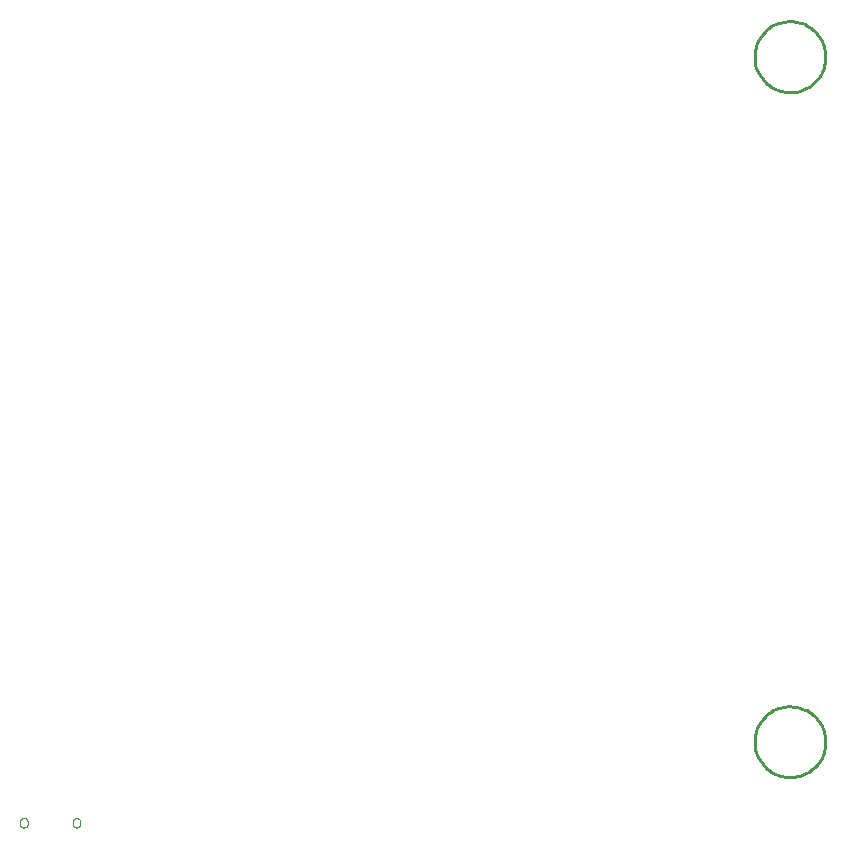
<source format=gbr>
%FSTAX23Y23*%
%MOIN*%
%SFA1B1*%

%IPPOS*%
%ADD138C,0.010000*%
%ADD249C,0.000039*%
%LNx98_carrier_v1r2_12082022_mechanical_1-1*%
%LPD*%
G54D138*
X02946Y0272D02*
D01*
X02945Y02728*
X02943Y02736*
X02941Y02744*
X02938Y02752*
X02935Y02759*
X02931Y02767*
X02926Y02774*
X02922Y0278*
X02916Y02787*
X02911Y02793*
X02905Y02798*
X02898Y02803*
X02891Y02808*
X02884Y02812*
X02877Y02816*
X02869Y02819*
X02861Y02821*
X02853Y02824*
X02845Y02825*
X02837Y02826*
X02829Y02826*
X02821Y02826*
X02812Y02825*
X02804Y02824*
X02796Y02822*
X02788Y02819*
X02781Y02816*
X02773Y02813*
X02766Y02809*
X02759Y02804*
X02753Y02799*
X02747Y02794*
X02741Y02788*
X02735Y02781*
X02731Y02775*
X02726Y02768*
X02722Y02761*
X02719Y02753*
X02716Y02745*
X02714Y02737*
X02712Y02729*
X02711Y02721*
X0271Y02713*
X0271Y02705*
X02711Y02697*
X02712Y02688*
X02713Y0268*
X02716Y02672*
X02718Y02665*
X02722Y02657*
X02725Y0265*
X0273Y02643*
X02735Y02636*
X0274Y0263*
X02746Y02624*
X02752Y02618*
X02758Y02613*
X02765Y02608*
X02772Y02604*
X02779Y02601*
X02787Y02597*
X02795Y02595*
X02803Y02593*
X02811Y02591*
X02819Y0259*
X02827Y0259*
X02836Y0259*
X02844Y02591*
X02852Y02592*
X0286Y02594*
X02868Y02597*
X02875Y026*
X02883Y02604*
X0289Y02608*
X02897Y02612*
X02903Y02617*
X0291Y02623*
X02915Y02629*
X02921Y02635*
X02926Y02642*
X0293Y02648*
X02934Y02656*
X02937Y02663*
X0294Y02671*
X02942Y02679*
X02944Y02687*
X02945Y02695*
X02946Y02703*
X02946Y02712*
X02946Y0272*
X02946Y00436D02*
D01*
X02945Y00445*
X02943Y00453*
X02941Y00461*
X02938Y00468*
X02935Y00476*
X02931Y00483*
X02926Y0049*
X02922Y00497*
X02916Y00503*
X02911Y00509*
X02905Y00515*
X02898Y0052*
X02891Y00524*
X02884Y00529*
X02877Y00532*
X02869Y00535*
X02861Y00538*
X02853Y0054*
X02845Y00542*
X02837Y00542*
X02829Y00543*
X02821Y00543*
X02812Y00542*
X02804Y0054*
X02796Y00538*
X02788Y00536*
X02781Y00533*
X02773Y00529*
X02766Y00525*
X02759Y00521*
X02753Y00516*
X02747Y0051*
X02741Y00504*
X02735Y00498*
X02731Y00491*
X02726Y00484*
X02722Y00477*
X02719Y0047*
X02716Y00462*
X02714Y00454*
X02712Y00446*
X02711Y00438*
X0271Y0043*
X0271Y00421*
X02711Y00413*
X02712Y00405*
X02713Y00397*
X02716Y00389*
X02718Y00381*
X02722Y00374*
X02725Y00366*
X0273Y00359*
X02735Y00353*
X0274Y00346*
X02746Y0034*
X02752Y00335*
X02758Y0033*
X02765Y00325*
X02772Y00321*
X02779Y00317*
X02787Y00314*
X02795Y00311*
X02803Y00309*
X02811Y00308*
X02819Y00307*
X02827Y00307*
X02836Y00307*
X02844Y00308*
X02852Y00309*
X0286Y00311*
X02868Y00313*
X02875Y00317*
X02883Y0032*
X0289Y00324*
X02897Y00329*
X02903Y00334*
X0291Y00339*
X02915Y00345*
X02921Y00351*
X02926Y00358*
X0293Y00365*
X02934Y00372*
X02937Y0038*
X0294Y00388*
X02942Y00395*
X02944Y00403*
X02945Y00412*
X02946Y0042*
X02946Y00428*
X02946Y00436*
G54D249*
X0045Y0017D02*
D01*
X00449Y0017*
X00448Y0017*
X00447Y0017*
X00446Y00169*
X00445Y00169*
X00445Y00169*
X00444Y00168*
X00443Y00168*
X00442Y00167*
X00442Y00167*
X00441Y00166*
X0044Y00166*
X0044Y00165*
X00439Y00164*
X00439Y00164*
X00438Y00163*
X00438Y00162*
X00438Y00161*
X00437Y0016*
X00437Y00159*
X00437Y00158*
X00437Y00158*
X00437Y00157*
X0045Y00138D02*
D01*
X00451Y00138*
X00452Y00139*
X00453Y00139*
X00453Y00139*
X00454Y00139*
X00455Y0014*
X00456Y0014*
X00457Y0014*
X00457Y00141*
X00458Y00141*
X00459Y00142*
X00459Y00143*
X0046Y00143*
X0046Y00144*
X00461Y00145*
X00461Y00146*
X00462Y00146*
X00462Y00147*
X00462Y00148*
X00462Y00149*
X00463Y0015*
X00463Y00151*
X00463Y00151*
X00437Y00151D02*
D01*
X00437Y0015*
X00437Y00149*
X00437Y00149*
X00438Y00148*
X00438Y00147*
X00438Y00146*
X00439Y00145*
X00439Y00144*
X00439Y00144*
X0044Y00143*
X00441Y00142*
X00441Y00142*
X00442Y00141*
X00443Y00141*
X00443Y0014*
X00444Y0014*
X00445Y00139*
X00446Y00139*
X00447Y00139*
X00448Y00139*
X00449Y00138*
X00449Y00138*
X0045Y00138*
X00463Y00157D02*
D01*
X00463Y00158*
X00463Y00159*
X00462Y0016*
X00462Y00161*
X00462Y00161*
X00462Y00162*
X00461Y00163*
X00461Y00164*
X0046Y00165*
X0046Y00165*
X00459Y00166*
X00458Y00167*
X00458Y00167*
X00457Y00168*
X00456Y00168*
X00455Y00169*
X00455Y00169*
X00454Y00169*
X00453Y0017*
X00452Y0017*
X00451Y0017*
X0045Y0017*
X0045Y0017*
X00275D02*
D01*
X00274Y0017*
X00273Y0017*
X00272Y0017*
X00271Y00169*
X0027Y00169*
X00269Y00169*
X00269Y00168*
X00268Y00168*
X00267Y00167*
X00266Y00167*
X00266Y00166*
X00265Y00166*
X00265Y00165*
X00264Y00164*
X00264Y00164*
X00263Y00163*
X00263Y00162*
X00262Y00161*
X00262Y0016*
X00262Y00159*
X00262Y00158*
X00262Y00158*
X00262Y00157*
X00275Y00138D02*
D01*
X00276Y00138*
X00276Y00139*
X00277Y00139*
X00278Y00139*
X00279Y00139*
X0028Y0014*
X00281Y0014*
X00281Y0014*
X00282Y00141*
X00283Y00141*
X00284Y00142*
X00284Y00143*
X00285Y00143*
X00285Y00144*
X00286Y00145*
X00286Y00146*
X00287Y00146*
X00287Y00147*
X00287Y00148*
X00287Y00149*
X00287Y0015*
X00287Y00151*
X00287Y00151*
X00262Y00151D02*
D01*
X00262Y0015*
X00262Y00149*
X00262Y00149*
X00262Y00148*
X00263Y00147*
X00263Y00146*
X00263Y00145*
X00264Y00144*
X00264Y00144*
X00265Y00143*
X00265Y00142*
X00266Y00142*
X00267Y00141*
X00267Y00141*
X00268Y0014*
X00269Y0014*
X0027Y00139*
X00271Y00139*
X00272Y00139*
X00272Y00139*
X00273Y00138*
X00274Y00138*
X00275Y00138*
X00287Y00157D02*
D01*
X00287Y00158*
X00287Y00159*
X00287Y0016*
X00287Y00161*
X00287Y00161*
X00286Y00162*
X00286Y00163*
X00286Y00164*
X00285Y00165*
X00284Y00165*
X00284Y00166*
X00283Y00167*
X00283Y00167*
X00282Y00168*
X00281Y00168*
X0028Y00169*
X00279Y00169*
X00279Y00169*
X00278Y0017*
X00277Y0017*
X00276Y0017*
X00275Y0017*
X00275Y0017*
X00437Y00154D02*
Y00157D01*
X00463Y00151D02*
Y00154D01*
X00437Y00151D02*
Y00154D01*
X00463D02*
Y00157D01*
X00262Y00154D02*
Y00157D01*
X00287Y00151D02*
Y00154D01*
X00262Y00151D02*
Y00154D01*
X00287D02*
Y00157D01*
M02*
</source>
